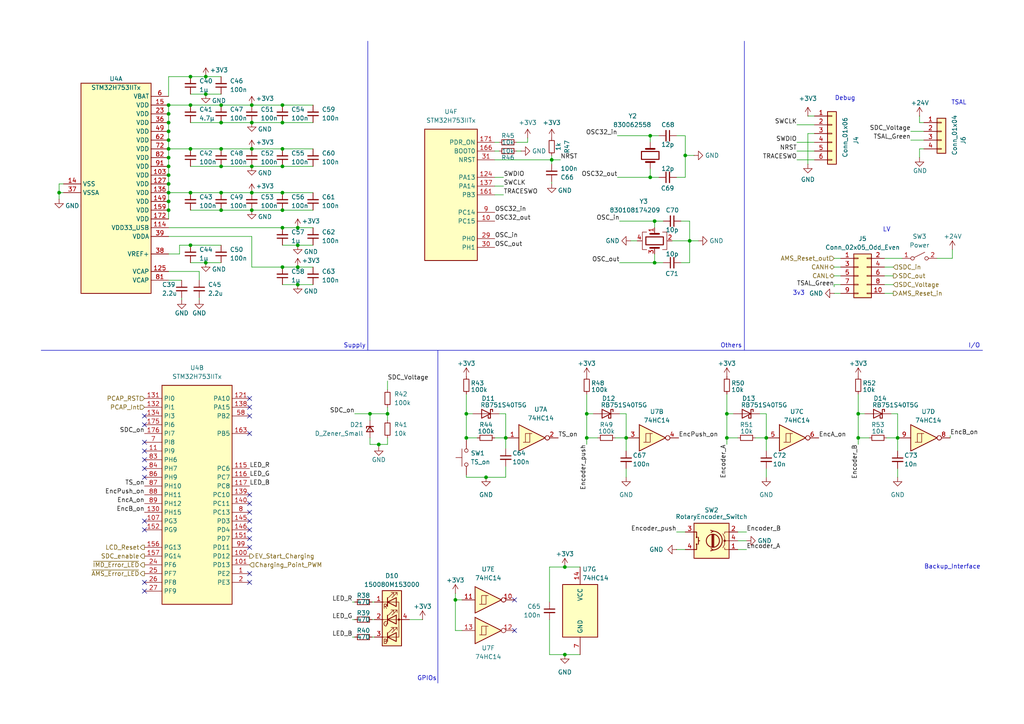
<source format=kicad_sch>
(kicad_sch
	(version 20250114)
	(generator "eeschema")
	(generator_version "9.0")
	(uuid "35b8a975-a1f8-4a47-8395-8e1ea283b386")
	(paper "A4")
	
	(text "Supply"
		(exclude_from_sim no)
		(at 102.87 100.33 0)
		(effects
			(font
				(size 1.27 1.27)
			)
		)
		(uuid "131e0615-657c-4f59-929d-0b7601842308")
	)
	(text "Backup_Interface"
		(exclude_from_sim no)
		(at 276.225 164.465 0)
		(effects
			(font
				(size 1.27 1.27)
			)
		)
		(uuid "15d77424-d13c-4f90-9f96-be8bf1adf8cc")
	)
	(text "3v3"
		(exclude_from_sim no)
		(at 229.87 85.09 0)
		(effects
			(font
				(size 1.27 1.27)
			)
			(justify left)
		)
		(uuid "364922e6-446e-413c-878a-bdcedb16435f")
	)
	(text "Debug"
		(exclude_from_sim no)
		(at 245.11 28.575 0)
		(effects
			(font
				(size 1.27 1.27)
			)
		)
		(uuid "79c5fecb-7e44-4b5c-b26a-b9a1ead8d6a7")
	)
	(text "GPIOs"
		(exclude_from_sim no)
		(at 123.825 196.85 0)
		(effects
			(font
				(size 1.27 1.27)
			)
		)
		(uuid "874e0f0d-b925-486e-858d-0f71e7baf11c")
	)
	(text "Others"
		(exclude_from_sim no)
		(at 212.09 100.33 0)
		(effects
			(font
				(size 1.27 1.27)
			)
		)
		(uuid "8c39beda-3239-4b4d-a394-cb66f7a7e4ef")
	)
	(text "LV"
		(exclude_from_sim no)
		(at 257.175 66.675 0)
		(effects
			(font
				(size 1.27 1.27)
			)
		)
		(uuid "8e72c987-571c-4fd1-98e2-d688bb9b9a23")
	)
	(text "TSAL"
		(exclude_from_sim no)
		(at 278.13 29.845 0)
		(effects
			(font
				(size 1.27 1.27)
			)
		)
		(uuid "b0e08e63-728e-465b-a9bb-a2354a70eaa5")
	)
	(text "I/O"
		(exclude_from_sim no)
		(at 282.575 100.33 0)
		(effects
			(font
				(size 1.27 1.27)
			)
		)
		(uuid "f89b8e88-7ad7-41ce-a0a0-f0fc435a26ef")
	)
	(junction
		(at 210.82 127)
		(diameter 0)
		(color 0 0 0 0)
		(uuid "03054f2e-9208-4716-83d7-1967059eae49")
	)
	(junction
		(at 170.18 120.015)
		(diameter 0)
		(color 0 0 0 0)
		(uuid "04edc9c4-6ba3-413b-80a1-5be3abfb178c")
	)
	(junction
		(at 48.895 58.42)
		(diameter 0)
		(color 0 0 0 0)
		(uuid "0639ff6d-0fa4-4a92-9101-ae69b2e89fd2")
	)
	(junction
		(at 135.255 127)
		(diameter 0)
		(color 0 0 0 0)
		(uuid "0da62957-c2c4-4942-91bd-ffb8d4251c5e")
	)
	(junction
		(at 59.69 22.225)
		(diameter 0)
		(color 0 0 0 0)
		(uuid "0fb52946-5285-4acc-80fc-8023aaa28b8f")
	)
	(junction
		(at 55.245 30.48)
		(diameter 0)
		(color 0 0 0 0)
		(uuid "1277a601-4d5f-42fb-a0c5-a1f18ba0016e")
	)
	(junction
		(at 260.35 127)
		(diameter 0)
		(color 0 0 0 0)
		(uuid "1ec9d057-6b69-4bff-b2f9-d0b216a47459")
	)
	(junction
		(at 181.61 127)
		(diameter 0)
		(color 0 0 0 0)
		(uuid "1fbd7fc5-8c6d-4ada-afcb-22c60ceb9e34")
	)
	(junction
		(at 132.08 173.99)
		(diameter 0)
		(color 0 0 0 0)
		(uuid "2372f2f0-8b6b-4ba0-8156-48184e2d7c4f")
	)
	(junction
		(at 163.83 164.465)
		(diameter 0)
		(color 0 0 0 0)
		(uuid "32af624e-2218-4443-87a1-2186e9d667d8")
	)
	(junction
		(at 248.92 120.015)
		(diameter 0)
		(color 0 0 0 0)
		(uuid "37d9dbe4-82b9-4615-805a-2f19a542c56e")
	)
	(junction
		(at 170.18 127)
		(diameter 0)
		(color 0 0 0 0)
		(uuid "384fafa7-2dc2-475f-b12a-20aa52e1d930")
	)
	(junction
		(at 112.395 120.015)
		(diameter 0)
		(color 0 0 0 0)
		(uuid "38d409b5-2312-4643-b1fc-fd0131fce598")
	)
	(junction
		(at 55.245 55.88)
		(diameter 0)
		(color 0 0 0 0)
		(uuid "3a44a5b6-35e6-477b-bf34-724cef99df7e")
	)
	(junction
		(at 48.895 30.48)
		(diameter 0)
		(color 0 0 0 0)
		(uuid "3b2e415b-e57a-4f5e-b680-987d6e0ee75d")
	)
	(junction
		(at 64.135 43.18)
		(diameter 0)
		(color 0 0 0 0)
		(uuid "412c5816-2822-46ca-a32f-61cb431bfe1e")
	)
	(junction
		(at 48.895 33.02)
		(diameter 0)
		(color 0 0 0 0)
		(uuid "430d2d22-0f07-45e6-a066-ebb18e98b45d")
	)
	(junction
		(at 81.915 77.47)
		(diameter 0)
		(color 0 0 0 0)
		(uuid "432f5d77-435d-4ec6-8d84-c3578eca972e")
	)
	(junction
		(at 73.025 48.26)
		(diameter 0)
		(color 0 0 0 0)
		(uuid "43f5a8a8-38be-4f74-81aa-71bbc42e5709")
	)
	(junction
		(at 248.92 127)
		(diameter 0)
		(color 0 0 0 0)
		(uuid "46587df5-c4cb-464f-b081-46b2e985f2df")
	)
	(junction
		(at 86.36 82.55)
		(diameter 0)
		(color 0 0 0 0)
		(uuid "4904ae19-57ee-4766-a793-026af6184969")
	)
	(junction
		(at 48.895 55.88)
		(diameter 0)
		(color 0 0 0 0)
		(uuid "4a33e8c1-b15f-4db0-b29d-1dd2148aad9a")
	)
	(junction
		(at 73.025 55.88)
		(diameter 0)
		(color 0 0 0 0)
		(uuid "4bd9b2ee-526d-4e54-8543-852c7a6f1074")
	)
	(junction
		(at 48.895 38.1)
		(diameter 0)
		(color 0 0 0 0)
		(uuid "4bef900f-dc66-42af-b560-e8cc8d6a6bce")
	)
	(junction
		(at 48.895 35.56)
		(diameter 0)
		(color 0 0 0 0)
		(uuid "4c2b925c-0792-420d-8f18-1f562d9b6ba2")
	)
	(junction
		(at 86.36 71.12)
		(diameter 0)
		(color 0 0 0 0)
		(uuid "4ff38491-b732-4bec-930a-4ca407ceb858")
	)
	(junction
		(at 107.315 120.015)
		(diameter 0)
		(color 0 0 0 0)
		(uuid "543660ff-ca23-4fad-8505-bcc3272f30b0")
	)
	(junction
		(at 198.755 45.085)
		(diameter 0)
		(color 0 0 0 0)
		(uuid "556ed635-fced-44e3-845c-f708c990d149")
	)
	(junction
		(at 163.83 189.865)
		(diameter 0)
		(color 0 0 0 0)
		(uuid "57546ade-761b-45ef-9890-daec7eb5d082")
	)
	(junction
		(at 81.915 66.04)
		(diameter 0)
		(color 0 0 0 0)
		(uuid "58f143f7-5a5b-4ff8-89cf-03a63964eb53")
	)
	(junction
		(at 189.865 64.135)
		(diameter 0)
		(color 0 0 0 0)
		(uuid "592f8bd9-4310-4fe4-b840-3718d5a08ff0")
	)
	(junction
		(at 73.025 35.56)
		(diameter 0)
		(color 0 0 0 0)
		(uuid "5a46c399-0f9f-4049-86b9-32bfb792b0a4")
	)
	(junction
		(at 55.245 22.225)
		(diameter 0)
		(color 0 0 0 0)
		(uuid "5ee7831a-b9cd-4699-8b90-ccd7a33a516a")
	)
	(junction
		(at 81.915 60.96)
		(diameter 0)
		(color 0 0 0 0)
		(uuid "62af3ba4-2380-4137-9c4c-8f703fa148db")
	)
	(junction
		(at 222.25 127)
		(diameter 0)
		(color 0 0 0 0)
		(uuid "68357784-7318-43f3-becd-152fcf669e7d")
	)
	(junction
		(at 73.025 30.48)
		(diameter 0)
		(color 0 0 0 0)
		(uuid "6b4ae941-68bd-4806-b564-6051c3e374f6")
	)
	(junction
		(at 48.895 45.72)
		(diameter 0)
		(color 0 0 0 0)
		(uuid "6e7d6e8b-008e-46f2-97bf-300e301fcdc5")
	)
	(junction
		(at 59.69 27.305)
		(diameter 0)
		(color 0 0 0 0)
		(uuid "84972f59-b0b8-441f-aae9-7917b0ac015f")
	)
	(junction
		(at 73.025 43.18)
		(diameter 0)
		(color 0 0 0 0)
		(uuid "84d185bd-171c-460f-91bf-66aa757880e7")
	)
	(junction
		(at 64.135 35.56)
		(diameter 0)
		(color 0 0 0 0)
		(uuid "8a3e42ba-433e-476e-bec8-923cd84f46fb")
	)
	(junction
		(at 48.895 50.8)
		(diameter 0)
		(color 0 0 0 0)
		(uuid "93864b3d-3224-4702-bf3d-2ed04340069c")
	)
	(junction
		(at 86.36 77.47)
		(diameter 0)
		(color 0 0 0 0)
		(uuid "9e0818cf-2913-43d0-81ad-5fd7c6a3ddb1")
	)
	(junction
		(at 140.97 138.43)
		(diameter 0)
		(color 0 0 0 0)
		(uuid "a2af58c6-5f1e-4b3e-b0c0-12a279005486")
	)
	(junction
		(at 64.135 48.26)
		(diameter 0)
		(color 0 0 0 0)
		(uuid "a8da62c7-b5b2-4a05-8568-ce944b258201")
	)
	(junction
		(at 189.865 76.2)
		(diameter 0)
		(color 0 0 0 0)
		(uuid "ac9f37a4-8446-4a5b-a6ff-9f608799a097")
	)
	(junction
		(at 48.895 48.26)
		(diameter 0)
		(color 0 0 0 0)
		(uuid "b510fd1a-117a-465f-a751-9a561bd2ac96")
	)
	(junction
		(at 48.895 40.64)
		(diameter 0)
		(color 0 0 0 0)
		(uuid "b530e2a2-741c-4c76-ace0-7d60e6d206ce")
	)
	(junction
		(at 135.255 120.015)
		(diameter 0)
		(color 0 0 0 0)
		(uuid "b5323042-cbc4-4c6d-8b55-da362d9db400")
	)
	(junction
		(at 81.915 55.88)
		(diameter 0)
		(color 0 0 0 0)
		(uuid "bca7b570-75fa-40a7-a5dd-b415eee9e6fa")
	)
	(junction
		(at 81.915 48.26)
		(diameter 0)
		(color 0 0 0 0)
		(uuid "bcf0274b-9b82-4ddd-b442-da13a9d22e46")
	)
	(junction
		(at 55.245 71.12)
		(diameter 0)
		(color 0 0 0 0)
		(uuid "bdeb1722-eb35-4647-a7e0-350ed2e01785")
	)
	(junction
		(at 200.025 69.85)
		(diameter 0)
		(color 0 0 0 0)
		(uuid "c2234057-b903-484a-a2e3-a32a8859901c")
	)
	(junction
		(at 73.025 60.96)
		(diameter 0)
		(color 0 0 0 0)
		(uuid "c55b6c0a-705b-4ad7-afc8-beda683bc62e")
	)
	(junction
		(at 55.245 43.18)
		(diameter 0)
		(color 0 0 0 0)
		(uuid "ced6b67c-b589-447b-b173-eb3d5278bd77")
	)
	(junction
		(at 86.36 66.04)
		(diameter 0)
		(color 0 0 0 0)
		(uuid "ceeeb9fd-c3cf-438c-9822-df85739f3524")
	)
	(junction
		(at 160.02 46.355)
		(diameter 0)
		(color 0 0 0 0)
		(uuid "d01fb329-49c1-4312-9a86-8c2522e92a75")
	)
	(junction
		(at 188.595 51.435)
		(diameter 0)
		(color 0 0 0 0)
		(uuid "d62f36d0-5342-483c-96b2-d979dd1cfd28")
	)
	(junction
		(at 188.595 39.37)
		(diameter 0)
		(color 0 0 0 0)
		(uuid "d7b6fc6c-855c-4ad5-b8db-ffb1631d4d8e")
	)
	(junction
		(at 17.145 55.88)
		(diameter 0)
		(color 0 0 0 0)
		(uuid "da4a391a-8756-4bbe-ad5d-6a5d7cc0698f")
	)
	(junction
		(at 59.69 76.2)
		(diameter 0)
		(color 0 0 0 0)
		(uuid "dc976682-daa7-427b-b632-e4e6f1b2f4a5")
	)
	(junction
		(at 146.685 127)
		(diameter 0)
		(color 0 0 0 0)
		(uuid "ddd035ed-81df-49e3-9245-82755440f4a5")
	)
	(junction
		(at 48.895 53.34)
		(diameter 0)
		(color 0 0 0 0)
		(uuid "e0d34c7c-a2c8-4d45-a4be-7edc074c7759")
	)
	(junction
		(at 210.82 120.015)
		(diameter 0)
		(color 0 0 0 0)
		(uuid "e28988d6-1ee7-4e20-9f02-35f81af9ff26")
	)
	(junction
		(at 81.915 30.48)
		(diameter 0)
		(color 0 0 0 0)
		(uuid "e6ae9a3e-d48c-4e18-9235-74fe81b4c978")
	)
	(junction
		(at 48.895 60.96)
		(diameter 0)
		(color 0 0 0 0)
		(uuid "eea696d1-0980-4f7d-9ba9-1ff3dcb2b606")
	)
	(junction
		(at 64.135 55.88)
		(diameter 0)
		(color 0 0 0 0)
		(uuid "f3f74bf6-10b1-4218-bfb6-61ef3118c054")
	)
	(junction
		(at 64.135 60.96)
		(diameter 0)
		(color 0 0 0 0)
		(uuid "f5150f2b-4683-49e5-a470-3066104142ee")
	)
	(junction
		(at 48.895 43.18)
		(diameter 0)
		(color 0 0 0 0)
		(uuid "f5abb69e-3023-40b6-8c88-ffed31815111")
	)
	(junction
		(at 64.135 30.48)
		(diameter 0)
		(color 0 0 0 0)
		(uuid "f71381d7-d154-4117-8ffa-0d9e641e8953")
	)
	(junction
		(at 81.915 43.18)
		(diameter 0)
		(color 0 0 0 0)
		(uuid "fa07ce36-60e8-4ebb-8b80-5cc0f863054d")
	)
	(junction
		(at 81.915 35.56)
		(diameter 0)
		(color 0 0 0 0)
		(uuid "fea021c6-6169-4cbd-bd9b-0c0e6e7bdfc0")
	)
	(junction
		(at 109.855 128.905)
		(diameter 0)
		(color 0 0 0 0)
		(uuid "fee4a54d-fd10-4b4f-97f2-238b76d9efae")
	)
	(no_connect
		(at 72.39 153.67)
		(uuid "0979849e-710e-47b6-86d7-e9c688b9aa11")
	)
	(no_connect
		(at 72.39 143.51)
		(uuid "13083978-a433-486d-9ce7-3968dc7190da")
	)
	(no_connect
		(at 41.91 123.19)
		(uuid "146ce1fc-bec7-4dc3-ab48-bc46d796fe51")
	)
	(no_connect
		(at 72.39 166.37)
		(uuid "184e0b37-2f9c-4056-97b4-ef1a017e4ee4")
	)
	(no_connect
		(at 41.91 168.91)
		(uuid "1ab33352-5df0-41d3-8a2b-70622302d93e")
	)
	(no_connect
		(at 72.39 168.91)
		(uuid "280c6123-36ed-4032-a8fb-23625e9cbf40")
	)
	(no_connect
		(at 149.225 182.88)
		(uuid "29403ca2-cc18-4015-b634-200487c369b9")
	)
	(no_connect
		(at 72.39 118.11)
		(uuid "3071b2a9-834c-4d88-bf39-2726c506937e")
	)
	(no_connect
		(at 72.39 156.21)
		(uuid "4f5fb956-ecd3-4e6a-b104-4f11672ec02d")
	)
	(no_connect
		(at 72.39 115.57)
		(uuid "554342c8-e8a6-401a-9844-51d2683b8c11")
	)
	(no_connect
		(at 72.39 148.59)
		(uuid "56d7413a-87a1-4ad6-8dbd-0da9468a8192")
	)
	(no_connect
		(at 41.91 153.67)
		(uuid "5cb0fac4-5588-43dd-a51e-c4f003bc7824")
	)
	(no_connect
		(at 41.91 171.45)
		(uuid "7e0e686d-2fb2-4695-9b96-f6d8257bde24")
	)
	(no_connect
		(at 149.225 173.99)
		(uuid "8cf95af1-9033-42fe-8297-3430137568f8")
	)
	(no_connect
		(at 72.39 146.05)
		(uuid "9c567fc2-914f-47ce-9a54-4d0e0f7c77a2")
	)
	(no_connect
		(at 72.39 125.73)
		(uuid "ae028c46-c4c0-44a8-ab15-5a3221e64571")
	)
	(no_connect
		(at 41.91 120.65)
		(uuid "bf91d5ab-3192-49f6-a0f3-cb8a4dc750a6")
	)
	(no_connect
		(at 41.91 138.43)
		(uuid "c17d3ccd-81ba-4fdd-af5d-4cffde13a405")
	)
	(no_connect
		(at 41.91 133.35)
		(uuid "c2dec42b-d8b6-4fba-8ad8-3058ad41867c")
	)
	(no_connect
		(at 41.91 130.81)
		(uuid "cb35255e-15c1-4414-bab0-36e7e6123437")
	)
	(no_connect
		(at 72.39 120.65)
		(uuid "cf225bd0-a812-4259-9c6d-76bce07b2df2")
	)
	(no_connect
		(at 41.91 135.89)
		(uuid "cf870591-39f4-4cb8-9b41-ec579bc32917")
	)
	(no_connect
		(at 41.91 151.13)
		(uuid "d187bd36-9147-40e9-9890-05ffb8be5838")
	)
	(no_connect
		(at 72.39 151.13)
		(uuid "d5239edf-0fe6-4ff8-9543-8df84bbc6dc6")
	)
	(no_connect
		(at 41.91 128.27)
		(uuid "d944d886-a214-438d-bf39-c2249697a1c3")
	)
	(no_connect
		(at 72.39 158.75)
		(uuid "e38f9f38-fab1-4a5d-8735-35ab6dacc3c2")
	)
	(wire
		(pts
			(xy 17.145 53.34) (xy 17.145 55.88)
		)
		(stroke
			(width 0)
			(type default)
		)
		(uuid "032e93c1-425f-4fcb-aba6-03ae1c74082b")
	)
	(wire
		(pts
			(xy 48.895 48.26) (xy 48.895 50.8)
		)
		(stroke
			(width 0)
			(type default)
		)
		(uuid "04debeef-549a-4c39-927b-69f1f0139e70")
	)
	(wire
		(pts
			(xy 102.235 184.785) (xy 102.87 184.785)
		)
		(stroke
			(width 0)
			(type default)
		)
		(uuid "05c2eb4c-a567-4a7b-9a8b-6cba89516905")
	)
	(wire
		(pts
			(xy 163.83 164.465) (xy 159.385 164.465)
		)
		(stroke
			(width 0)
			(type default)
		)
		(uuid "07a82d9a-9ca8-4d08-8726-f180541b7083")
	)
	(wire
		(pts
			(xy 81.915 82.55) (xy 86.36 82.55)
		)
		(stroke
			(width 0)
			(type default)
		)
		(uuid "0897e0f0-120b-400e-bb14-897e40e7b02d")
	)
	(wire
		(pts
			(xy 48.895 43.18) (xy 48.895 45.72)
		)
		(stroke
			(width 0)
			(type default)
		)
		(uuid "097118d6-edc8-4348-b70f-10344c435092")
	)
	(wire
		(pts
			(xy 276.225 74.93) (xy 271.78 74.93)
		)
		(stroke
			(width 0)
			(type default)
		)
		(uuid "0abfaed6-42e2-4ebd-ac06-07b93585aba9")
	)
	(wire
		(pts
			(xy 210.82 127) (xy 210.82 120.015)
		)
		(stroke
			(width 0)
			(type default)
		)
		(uuid "0acb257e-2494-4ba3-9e68-77f675c74b58")
	)
	(wire
		(pts
			(xy 132.08 173.99) (xy 133.985 173.99)
		)
		(stroke
			(width 0)
			(type default)
		)
		(uuid "0c12a21c-7010-4ff8-acfb-f02a5c09dbb8")
	)
	(wire
		(pts
			(xy 198.755 39.37) (xy 196.215 39.37)
		)
		(stroke
			(width 0)
			(type default)
		)
		(uuid "0f6e8366-0d81-4da7-9f30-62173a06d853")
	)
	(wire
		(pts
			(xy 179.07 51.435) (xy 188.595 51.435)
		)
		(stroke
			(width 0)
			(type default)
		)
		(uuid "0f761e8c-44a9-43ba-8303-ba52fba04da2")
	)
	(wire
		(pts
			(xy 81.915 30.48) (xy 90.805 30.48)
		)
		(stroke
			(width 0)
			(type default)
		)
		(uuid "0fa1f5e0-0ffe-4f7d-bf74-e541cdb35448")
	)
	(wire
		(pts
			(xy 55.245 27.305) (xy 59.69 27.305)
		)
		(stroke
			(width 0)
			(type default)
		)
		(uuid "104524c5-4e85-46bb-8fcf-6e42d9b60b65")
	)
	(wire
		(pts
			(xy 196.215 154.305) (xy 198.755 154.305)
		)
		(stroke
			(width 0)
			(type default)
		)
		(uuid "10bcdded-64db-4cbe-937c-70873d7cfb8e")
	)
	(wire
		(pts
			(xy 188.595 48.895) (xy 188.595 51.435)
		)
		(stroke
			(width 0)
			(type default)
		)
		(uuid "11e88f10-3504-432d-b8ed-d3a2e1236c08")
	)
	(wire
		(pts
			(xy 159.385 179.705) (xy 159.385 189.865)
		)
		(stroke
			(width 0)
			(type default)
		)
		(uuid "12993ed2-1dc1-4d0e-86ff-959c1d8c40f6")
	)
	(wire
		(pts
			(xy 191.135 39.37) (xy 188.595 39.37)
		)
		(stroke
			(width 0)
			(type default)
		)
		(uuid "13465972-5b15-4360-a8d8-10dafd7f715f")
	)
	(wire
		(pts
			(xy 48.895 78.74) (xy 57.785 78.74)
		)
		(stroke
			(width 0)
			(type default)
		)
		(uuid "148b4878-4176-450e-a5d5-e6bfe383516f")
	)
	(wire
		(pts
			(xy 276.225 72.39) (xy 276.225 74.93)
		)
		(stroke
			(width 0)
			(type default)
		)
		(uuid "149f6158-2d55-4904-9005-6a7af8f5b0bd")
	)
	(wire
		(pts
			(xy 48.895 68.58) (xy 73.025 68.58)
		)
		(stroke
			(width 0)
			(type default)
		)
		(uuid "17aaff2b-efe1-44db-8c2b-80df99259895")
	)
	(wire
		(pts
			(xy 266.7 45.72) (xy 266.7 43.18)
		)
		(stroke
			(width 0)
			(type default)
		)
		(uuid "17af4a42-5d6e-4b1d-a623-823e298f89ff")
	)
	(wire
		(pts
			(xy 248.92 127) (xy 248.92 120.015)
		)
		(stroke
			(width 0)
			(type default)
		)
		(uuid "189cc12e-17f9-4ac7-a5e3-046d825e6b14")
	)
	(wire
		(pts
			(xy 86.36 66.04) (xy 90.805 66.04)
		)
		(stroke
			(width 0)
			(type default)
		)
		(uuid "1a1d5fa7-6a93-453f-bf03-bdc034a2e77b")
	)
	(wire
		(pts
			(xy 81.915 55.88) (xy 90.805 55.88)
		)
		(stroke
			(width 0)
			(type default)
		)
		(uuid "1c4dff5e-c946-4edf-b17e-21144a60469e")
	)
	(wire
		(pts
			(xy 241.935 77.47) (xy 243.84 77.47)
		)
		(stroke
			(width 0)
			(type default)
		)
		(uuid "1d2e0e02-2515-4d66-aeb3-65162d89a3f4")
	)
	(wire
		(pts
			(xy 153.035 41.275) (xy 149.86 41.275)
		)
		(stroke
			(width 0)
			(type default)
		)
		(uuid "1f04f8da-308f-4d4b-b645-ba6a9e3ab5d0")
	)
	(wire
		(pts
			(xy 64.135 30.48) (xy 73.025 30.48)
		)
		(stroke
			(width 0)
			(type default)
		)
		(uuid "1faf3668-c96e-4421-a896-b7c77f08f668")
	)
	(wire
		(pts
			(xy 48.895 81.28) (xy 52.705 81.28)
		)
		(stroke
			(width 0)
			(type default)
		)
		(uuid "1ffb5664-1168-4c3c-85d6-4fdbdf0c4e6e")
	)
	(wire
		(pts
			(xy 264.16 38.1) (xy 267.97 38.1)
		)
		(stroke
			(width 0)
			(type default)
		)
		(uuid "24d23fd4-dde8-468b-82b9-b8390fc82a84")
	)
	(wire
		(pts
			(xy 135.255 120.015) (xy 135.255 114.3)
		)
		(stroke
			(width 0)
			(type default)
		)
		(uuid "24dd2109-d885-4f25-9b95-438c9c83cf53")
	)
	(wire
		(pts
			(xy 179.705 76.2) (xy 189.865 76.2)
		)
		(stroke
			(width 0)
			(type default)
		)
		(uuid "253dfb7b-e994-492e-9366-0b579cd2b921")
	)
	(wire
		(pts
			(xy 143.51 56.515) (xy 146.05 56.515)
		)
		(stroke
			(width 0)
			(type default)
		)
		(uuid "2648ca35-0d3b-41fc-a0c7-4426c47646af")
	)
	(wire
		(pts
			(xy 178.435 127) (xy 181.61 127)
		)
		(stroke
			(width 0)
			(type default)
		)
		(uuid "2648ed24-8d46-4019-81af-59cb3d3be6ef")
	)
	(wire
		(pts
			(xy 160.02 45.085) (xy 160.02 46.355)
		)
		(stroke
			(width 0)
			(type default)
		)
		(uuid "26c33951-823a-4537-8b37-6d067360a301")
	)
	(wire
		(pts
			(xy 112.395 128.905) (xy 112.395 127)
		)
		(stroke
			(width 0)
			(type default)
		)
		(uuid "2c4f26c5-5c63-4935-8730-31c29fa84cce")
	)
	(wire
		(pts
			(xy 181.61 127) (xy 181.61 130.81)
		)
		(stroke
			(width 0)
			(type default)
		)
		(uuid "2cdd5f51-0d96-4792-81bb-d51b64b09cb3")
	)
	(wire
		(pts
			(xy 48.895 22.225) (xy 55.245 22.225)
		)
		(stroke
			(width 0)
			(type default)
		)
		(uuid "309416c5-01a5-479d-b151-4aa15c679aae")
	)
	(wire
		(pts
			(xy 73.025 77.47) (xy 81.915 77.47)
		)
		(stroke
			(width 0)
			(type default)
		)
		(uuid "310b3c16-f636-42e3-92d9-8323bba36848")
	)
	(wire
		(pts
			(xy 64.135 35.56) (xy 73.025 35.56)
		)
		(stroke
			(width 0)
			(type default)
		)
		(uuid "330ea2aa-85e8-4ceb-99f4-7100f8ce0417")
	)
	(wire
		(pts
			(xy 160.02 46.355) (xy 162.56 46.355)
		)
		(stroke
			(width 0)
			(type default)
		)
		(uuid "347806f3-c012-4e14-b373-8933bd8734e0")
	)
	(wire
		(pts
			(xy 59.69 22.225) (xy 64.135 22.225)
		)
		(stroke
			(width 0)
			(type default)
		)
		(uuid "36718045-fcd1-41c9-be9f-27d2b1210fea")
	)
	(wire
		(pts
			(xy 64.135 55.88) (xy 73.025 55.88)
		)
		(stroke
			(width 0)
			(type default)
		)
		(uuid "36d2f170-42d7-42b6-bedf-1e807c2cdfa4")
	)
	(wire
		(pts
			(xy 132.08 182.88) (xy 133.985 182.88)
		)
		(stroke
			(width 0)
			(type default)
		)
		(uuid "37e53374-fbe2-4c94-9df6-af2d252aceb1")
	)
	(wire
		(pts
			(xy 212.725 120.015) (xy 210.82 120.015)
		)
		(stroke
			(width 0)
			(type default)
		)
		(uuid "3d2600c5-4b7c-4f1d-afa3-11b5c6dcb5c5")
	)
	(wire
		(pts
			(xy 48.895 40.64) (xy 48.895 43.18)
		)
		(stroke
			(width 0)
			(type default)
		)
		(uuid "3ef07bc0-0d1b-4958-a3ce-4224cfe09f5c")
	)
	(wire
		(pts
			(xy 143.51 43.815) (xy 144.78 43.815)
		)
		(stroke
			(width 0)
			(type default)
		)
		(uuid "403943a3-7606-4350-b9f9-7a83a426e950")
	)
	(wire
		(pts
			(xy 107.315 120.015) (xy 107.315 121.92)
		)
		(stroke
			(width 0)
			(type default)
		)
		(uuid "40f3fbab-c25f-4c9a-a6ab-fb4449cf418a")
	)
	(wire
		(pts
			(xy 55.245 71.12) (xy 64.135 71.12)
		)
		(stroke
			(width 0)
			(type default)
		)
		(uuid "41a4017a-ed14-481c-94d2-358f975fdabf")
	)
	(wire
		(pts
			(xy 146.685 135.255) (xy 146.685 138.43)
		)
		(stroke
			(width 0)
			(type default)
		)
		(uuid "42a6c1c1-0bec-4a64-ba97-022485632b2c")
	)
	(wire
		(pts
			(xy 196.215 159.385) (xy 198.755 159.385)
		)
		(stroke
			(width 0)
			(type default)
		)
		(uuid "45efd4b5-380f-4cd4-904f-cf4fa9f9daec")
	)
	(wire
		(pts
			(xy 86.36 77.47) (xy 90.805 77.47)
		)
		(stroke
			(width 0)
			(type default)
		)
		(uuid "4744999c-668b-4ef7-aadc-3605c6b773bc")
	)
	(wire
		(pts
			(xy 181.61 120.015) (xy 179.705 120.015)
		)
		(stroke
			(width 0)
			(type default)
		)
		(uuid "49c65d79-8bc2-442d-ab86-201154fc87cc")
	)
	(wire
		(pts
			(xy 241.935 82.55) (xy 243.84 82.55)
		)
		(stroke
			(width 0)
			(type default)
		)
		(uuid "4a8c75fc-97c8-4a4c-ae30-d2dd3740701b")
	)
	(wire
		(pts
			(xy 81.915 66.04) (xy 86.36 66.04)
		)
		(stroke
			(width 0)
			(type default)
		)
		(uuid "4b920d01-933a-491c-99e7-03b14beb823a")
	)
	(wire
		(pts
			(xy 18.415 55.88) (xy 17.145 55.88)
		)
		(stroke
			(width 0)
			(type default)
		)
		(uuid "4d5c3bc0-56ca-42fc-9e4b-f425c7170797")
	)
	(wire
		(pts
			(xy 52.07 73.66) (xy 52.07 71.12)
		)
		(stroke
			(width 0)
			(type default)
		)
		(uuid "50907a1c-ae3b-4cb2-8b1f-a2bbd698e6e7")
	)
	(wire
		(pts
			(xy 198.755 45.085) (xy 198.755 39.37)
		)
		(stroke
			(width 0)
			(type default)
		)
		(uuid "50b98742-cad0-4c19-a7a0-a62a29ac5fcc")
	)
	(wire
		(pts
			(xy 222.25 120.015) (xy 220.345 120.015)
		)
		(stroke
			(width 0)
			(type default)
		)
		(uuid "5191c369-027d-4092-b2b8-93d2603c665e")
	)
	(wire
		(pts
			(xy 260.35 135.89) (xy 260.35 138.43)
		)
		(stroke
			(width 0)
			(type default)
		)
		(uuid "5248ae66-747b-402d-b1e1-3923ddbceb53")
	)
	(wire
		(pts
			(xy 109.855 129.54) (xy 109.855 128.905)
		)
		(stroke
			(width 0)
			(type default)
		)
		(uuid "55392592-7026-4f7e-ac69-d16b34d6c332")
	)
	(wire
		(pts
			(xy 192.405 64.135) (xy 189.865 64.135)
		)
		(stroke
			(width 0)
			(type default)
		)
		(uuid "555e9d66-742b-4eec-a060-e02888a73929")
	)
	(wire
		(pts
			(xy 146.685 127) (xy 146.685 120.015)
		)
		(stroke
			(width 0)
			(type default)
		)
		(uuid "55cfb840-558a-4935-83f9-4eb19eacb4b8")
	)
	(wire
		(pts
			(xy 143.51 51.435) (xy 146.05 51.435)
		)
		(stroke
			(width 0)
			(type default)
		)
		(uuid "57d04a43-6d2e-4867-91ea-a8b774abf2a0")
	)
	(wire
		(pts
			(xy 189.865 64.135) (xy 189.865 66.04)
		)
		(stroke
			(width 0)
			(type default)
		)
		(uuid "5a7fb71b-fa03-4ad2-9d6d-61e0ee9e0398")
	)
	(wire
		(pts
			(xy 59.69 76.2) (xy 64.135 76.2)
		)
		(stroke
			(width 0)
			(type default)
		)
		(uuid "5aff9e20-a3fa-44e2-b265-1bacc7296e59")
	)
	(polyline
		(pts
			(xy 215.9 11.938) (xy 215.9 101.6)
		)
		(stroke
			(width 0)
			(type default)
		)
		(uuid "5d5a5bf6-27d1-48b9-96a5-b3ec58aa8e29")
	)
	(wire
		(pts
			(xy 160.02 47.625) (xy 160.02 46.355)
		)
		(stroke
			(width 0)
			(type default)
		)
		(uuid "60b71a6b-1157-4946-bc97-0a3329be562e")
	)
	(wire
		(pts
			(xy 163.83 189.865) (xy 168.275 189.865)
		)
		(stroke
			(width 0)
			(type default)
		)
		(uuid "6135ec72-54f1-443e-a5b5-c37342bd387e")
	)
	(wire
		(pts
			(xy 107.95 179.705) (xy 108.585 179.705)
		)
		(stroke
			(width 0)
			(type default)
		)
		(uuid "62b842d4-cccf-48c1-93fb-672495a4281c")
	)
	(wire
		(pts
			(xy 73.025 30.48) (xy 81.915 30.48)
		)
		(stroke
			(width 0)
			(type default)
		)
		(uuid "6303d52b-100d-46f3-a928-30836b82f1cc")
	)
	(wire
		(pts
			(xy 81.915 48.26) (xy 90.805 48.26)
		)
		(stroke
			(width 0)
			(type default)
		)
		(uuid "6396b971-f44f-406f-9e4e-0613cb6bf000")
	)
	(wire
		(pts
			(xy 135.255 127.635) (xy 135.255 127)
		)
		(stroke
			(width 0)
			(type default)
		)
		(uuid "64e3a189-c1ad-459d-995d-a0035f523f27")
	)
	(wire
		(pts
			(xy 112.395 120.015) (xy 107.315 120.015)
		)
		(stroke
			(width 0)
			(type default)
		)
		(uuid "6625ace8-7df0-49fe-be18-552f69797353")
	)
	(wire
		(pts
			(xy 55.245 35.56) (xy 64.135 35.56)
		)
		(stroke
			(width 0)
			(type default)
		)
		(uuid "6806237e-7ade-4701-8b03-154f1dcd585d")
	)
	(wire
		(pts
			(xy 48.895 55.88) (xy 48.895 58.42)
		)
		(stroke
			(width 0)
			(type default)
		)
		(uuid "6a586c9f-68a8-4812-82a9-a5e31d2a3515")
	)
	(wire
		(pts
			(xy 170.18 127) (xy 170.18 120.015)
		)
		(stroke
			(width 0)
			(type default)
		)
		(uuid "6be6246e-4199-4714-be23-b158dcd26c83")
	)
	(wire
		(pts
			(xy 170.18 120.015) (xy 170.18 114.3)
		)
		(stroke
			(width 0)
			(type default)
		)
		(uuid "6d08ff60-dd10-45f6-8a05-095ee98a5730")
	)
	(wire
		(pts
			(xy 118.745 179.705) (xy 122.555 179.705)
		)
		(stroke
			(width 0)
			(type default)
		)
		(uuid "6d45df03-d4db-468d-b940-85424d61490f")
	)
	(wire
		(pts
			(xy 153.035 40.005) (xy 153.035 41.275)
		)
		(stroke
			(width 0)
			(type default)
		)
		(uuid "6d4f3bce-43e5-4382-80fd-e1bf727cadaf")
	)
	(wire
		(pts
			(xy 264.16 40.64) (xy 267.97 40.64)
		)
		(stroke
			(width 0)
			(type default)
		)
		(uuid "6e4c3d8c-0039-454c-9ed5-ebed97a25dfd")
	)
	(wire
		(pts
			(xy 200.025 76.2) (xy 200.025 69.85)
		)
		(stroke
			(width 0)
			(type default)
		)
		(uuid "6e65cf2f-79a8-42d3-a1d9-dc3348bdfd63")
	)
	(wire
		(pts
			(xy 260.35 127) (xy 260.35 130.81)
		)
		(stroke
			(width 0)
			(type default)
		)
		(uuid "6ef6778b-bc85-4d70-ac90-14af113f39b0")
	)
	(wire
		(pts
			(xy 234.315 38.735) (xy 236.22 38.735)
		)
		(stroke
			(width 0)
			(type default)
		)
		(uuid "6f73b510-add9-447a-a656-606690f47875")
	)
	(wire
		(pts
			(xy 189.865 76.2) (xy 192.405 76.2)
		)
		(stroke
			(width 0)
			(type default)
		)
		(uuid "703d9349-c8a4-4a59-8d3d-5b12a6be4b90")
	)
	(wire
		(pts
			(xy 181.61 135.89) (xy 181.61 138.43)
		)
		(stroke
			(width 0)
			(type default)
		)
		(uuid "72e34599-0c42-46a0-9c0b-77a570bf18de")
	)
	(wire
		(pts
			(xy 52.07 71.12) (xy 55.245 71.12)
		)
		(stroke
			(width 0)
			(type default)
		)
		(uuid "73b6ecd5-6c6d-4016-bd27-0a2d8d9f1dcb")
	)
	(wire
		(pts
			(xy 222.25 135.89) (xy 222.25 138.43)
		)
		(stroke
			(width 0)
			(type default)
		)
		(uuid "758d34b8-5e0c-4d3e-a8e7-0bf6f0655aa8")
	)
	(wire
		(pts
			(xy 81.915 77.47) (xy 86.36 77.47)
		)
		(stroke
			(width 0)
			(type default)
		)
		(uuid "75c1b770-6d91-48ed-b5bb-2a7474ec1302")
	)
	(wire
		(pts
			(xy 248.92 120.015) (xy 248.92 114.3)
		)
		(stroke
			(width 0)
			(type default)
		)
		(uuid "75c4b408-7bb5-4316-be8b-144dfb3a0679")
	)
	(wire
		(pts
			(xy 109.855 128.905) (xy 112.395 128.905)
		)
		(stroke
			(width 0)
			(type default)
		)
		(uuid "7914a7e9-5528-4149-9398-b8c7534f01a7")
	)
	(wire
		(pts
			(xy 81.915 35.56) (xy 90.805 35.56)
		)
		(stroke
			(width 0)
			(type default)
		)
		(uuid "79b4f1a0-ad3e-42ad-8d4d-96fdacee2d98")
	)
	(wire
		(pts
			(xy 222.25 127) (xy 222.25 120.015)
		)
		(stroke
			(width 0)
			(type default)
		)
		(uuid "7a70a435-d0a5-4728-9fe3-488b103c0ff1")
	)
	(wire
		(pts
			(xy 48.895 73.66) (xy 52.07 73.66)
		)
		(stroke
			(width 0)
			(type default)
		)
		(uuid "7af938fc-d107-4e8b-b420-77fc02771c52")
	)
	(wire
		(pts
			(xy 275.59 127) (xy 275.59 126.365)
		)
		(stroke
			(width 0)
			(type default)
		)
		(uuid "7f725b4f-659d-48ef-a319-985a2cbfb908")
	)
	(wire
		(pts
			(xy 219.075 127) (xy 222.25 127)
		)
		(stroke
			(width 0)
			(type default)
		)
		(uuid "839b782e-28ab-428d-b1be-7822af7b71cb")
	)
	(wire
		(pts
			(xy 179.705 64.135) (xy 189.865 64.135)
		)
		(stroke
			(width 0)
			(type default)
		)
		(uuid "83a55d68-4ab7-4179-9354-0c5cc77b1c73")
	)
	(wire
		(pts
			(xy 64.135 48.26) (xy 73.025 48.26)
		)
		(stroke
			(width 0)
			(type default)
		)
		(uuid "84e3fdd0-3727-441e-a756-9e0c64b0f45f")
	)
	(polyline
		(pts
			(xy 106.68 11.938) (xy 106.68 101.6)
		)
		(stroke
			(width 0)
			(type default)
		)
		(uuid "84f38b85-0f5d-4a4b-80bb-696a14d4aafa")
	)
	(wire
		(pts
			(xy 140.97 138.43) (xy 146.685 138.43)
		)
		(stroke
			(width 0)
			(type default)
		)
		(uuid "86313ec9-c45c-40da-8b43-e3bfab508203")
	)
	(wire
		(pts
			(xy 248.92 127) (xy 252.095 127)
		)
		(stroke
			(width 0)
			(type default)
		)
		(uuid "86947a20-bfbb-470f-ade3-d9f6007b69ac")
	)
	(wire
		(pts
			(xy 143.51 53.975) (xy 146.05 53.975)
		)
		(stroke
			(width 0)
			(type default)
		)
		(uuid "88b8f5b6-3715-41e0-a3a8-0d0e3a6c1e02")
	)
	(wire
		(pts
			(xy 168.275 164.465) (xy 163.83 164.465)
		)
		(stroke
			(width 0)
			(type default)
		)
		(uuid "89e32d00-bc94-4885-82e0-5dd30728688e")
	)
	(wire
		(pts
			(xy 48.895 66.04) (xy 81.915 66.04)
		)
		(stroke
			(width 0)
			(type default)
		)
		(uuid "8b6d86c8-a76b-4172-a3e3-318a9ff50aa3")
	)
	(polyline
		(pts
			(xy 127 101.6) (xy 127 198.12)
		)
		(stroke
			(width 0)
			(type default)
		)
		(uuid "8bcf0b4a-6f01-4a5f-b0f5-c84531e850c3")
	)
	(wire
		(pts
			(xy 260.35 120.015) (xy 258.445 120.015)
		)
		(stroke
			(width 0)
			(type default)
		)
		(uuid "8c19e9ff-e4ef-4483-a680-8e6b2961edcb")
	)
	(wire
		(pts
			(xy 210.82 127) (xy 213.995 127)
		)
		(stroke
			(width 0)
			(type default)
		)
		(uuid "8c3414c8-1f18-4d52-9d18-92efb010e968")
	)
	(wire
		(pts
			(xy 102.235 174.625) (xy 102.87 174.625)
		)
		(stroke
			(width 0)
			(type default)
		)
		(uuid "8ebbf762-fbce-49fe-bfeb-dcdacafb24c4")
	)
	(wire
		(pts
			(xy 231.14 41.275) (xy 236.22 41.275)
		)
		(stroke
			(width 0)
			(type default)
		)
		(uuid "9010c615-b8dc-48be-91ed-68e32181e1d7")
	)
	(wire
		(pts
			(xy 189.865 73.66) (xy 189.865 76.2)
		)
		(stroke
			(width 0)
			(type default)
		)
		(uuid "901b9b2d-ac73-44b7-895b-ec05897b6639")
	)
	(wire
		(pts
			(xy 200.025 69.85) (xy 202.565 69.85)
		)
		(stroke
			(width 0)
			(type default)
		)
		(uuid "9093e411-b067-4966-8fa8-328292f3ebea")
	)
	(wire
		(pts
			(xy 48.895 53.34) (xy 48.895 55.88)
		)
		(stroke
			(width 0)
			(type default)
		)
		(uuid "90b8ebde-31c8-4847-a287-5f7fd9675ba3")
	)
	(wire
		(pts
			(xy 243.84 85.09) (xy 241.935 85.09)
		)
		(stroke
			(width 0)
			(type default)
		)
		(uuid "91741062-b740-4586-b9f4-922451ae440c")
	)
	(wire
		(pts
			(xy 170.18 128.905) (xy 170.18 127)
		)
		(stroke
			(width 0)
			(type default)
		)
		(uuid "964c4c95-0edc-42d0-810d-ad4479439d49")
	)
	(wire
		(pts
			(xy 86.36 71.12) (xy 90.805 71.12)
		)
		(stroke
			(width 0)
			(type default)
		)
		(uuid "973662df-2e27-4c95-a259-713a9d128e46")
	)
	(wire
		(pts
			(xy 159.385 164.465) (xy 159.385 174.625)
		)
		(stroke
			(width 0)
			(type default)
		)
		(uuid "978df144-cdde-4d69-8b01-c4fe7024360a")
	)
	(wire
		(pts
			(xy 188.595 51.435) (xy 191.135 51.435)
		)
		(stroke
			(width 0)
			(type default)
		)
		(uuid "97ede80a-b5b1-4149-b441-4a9a24261021")
	)
	(wire
		(pts
			(xy 17.145 55.88) (xy 17.145 57.785)
		)
		(stroke
			(width 0)
			(type default)
		)
		(uuid "98d5f97d-76ee-4339-9fcb-0aad1bffdd91")
	)
	(wire
		(pts
			(xy 266.7 33.655) (xy 266.7 35.56)
		)
		(stroke
			(width 0)
			(type default)
		)
		(uuid "9b45f6d1-d5f6-49df-b13f-a61d564c7e69")
	)
	(wire
		(pts
			(xy 200.025 69.85) (xy 194.945 69.85)
		)
		(stroke
			(width 0)
			(type default)
		)
		(uuid "9cc1ff3f-cefe-4a7e-b237-e926d6edbe05")
	)
	(wire
		(pts
			(xy 266.7 35.56) (xy 267.97 35.56)
		)
		(stroke
			(width 0)
			(type default)
		)
		(uuid "9d514266-0ddd-4350-a00d-f23dcaf52f6f")
	)
	(wire
		(pts
			(xy 107.315 120.015) (xy 102.87 120.015)
		)
		(stroke
			(width 0)
			(type default)
		)
		(uuid "9d8b6b7c-364f-4e1a-8da5-3819b2a08675")
	)
	(wire
		(pts
			(xy 241.935 83.185) (xy 241.935 82.55)
		)
		(stroke
			(width 0)
			(type default)
		)
		(uuid "9f544dbe-c4bf-4ea9-ae26-92987485c5f5")
	)
	(wire
		(pts
			(xy 48.895 45.72) (xy 48.895 48.26)
		)
		(stroke
			(width 0)
			(type default)
		)
		(uuid "9f9ae461-b89c-4786-9861-dda1960da6f7")
	)
	(wire
		(pts
			(xy 55.245 22.225) (xy 59.69 22.225)
		)
		(stroke
			(width 0)
			(type default)
		)
		(uuid "a10ab475-065e-44da-aa1e-4acd1b79678e")
	)
	(wire
		(pts
			(xy 73.025 60.96) (xy 81.915 60.96)
		)
		(stroke
			(width 0)
			(type default)
		)
		(uuid "a1794c33-030e-4353-b243-ecbb43184f8d")
	)
	(wire
		(pts
			(xy 146.685 127) (xy 146.685 130.175)
		)
		(stroke
			(width 0)
			(type default)
		)
		(uuid "a492a2d2-690f-48ce-8b67-44ff70ef9cd0")
	)
	(wire
		(pts
			(xy 81.915 71.12) (xy 86.36 71.12)
		)
		(stroke
			(width 0)
			(type default)
		)
		(uuid "a5b56033-b81b-415f-a7ab-e84f87f8230e")
	)
	(wire
		(pts
			(xy 200.025 69.85) (xy 200.025 64.135)
		)
		(stroke
			(width 0)
			(type default)
		)
		(uuid "a5ffdd7d-d73d-4f19-a48a-67b6dccc47b4")
	)
	(wire
		(pts
			(xy 112.395 113.03) (xy 112.395 110.49)
		)
		(stroke
			(width 0)
			(type default)
		)
		(uuid "a718020f-1fd0-4ca7-bf42-8f95f5bffabc")
	)
	(wire
		(pts
			(xy 143.51 46.355) (xy 160.02 46.355)
		)
		(stroke
			(width 0)
			(type default)
		)
		(uuid "a7538366-43ba-4f57-a90e-c52e3d942daa")
	)
	(wire
		(pts
			(xy 135.255 138.43) (xy 135.255 137.795)
		)
		(stroke
			(width 0)
			(type default)
		)
		(uuid "a87a4e21-be8f-4c97-aa39-590f7357b5aa")
	)
	(wire
		(pts
			(xy 55.245 30.48) (xy 64.135 30.48)
		)
		(stroke
			(width 0)
			(type default)
		)
		(uuid "a904c53b-8e3e-4bc5-a27f-7383e8f2953d")
	)
	(wire
		(pts
			(xy 260.35 127) (xy 260.35 120.015)
		)
		(stroke
			(width 0)
			(type default)
		)
		(uuid "a9068bf5-f10c-47f0-993f-76eee5b0d4a3")
	)
	(wire
		(pts
			(xy 256.54 74.93) (xy 261.62 74.93)
		)
		(stroke
			(width 0)
			(type default)
		)
		(uuid "aa32e37b-0a16-4d8d-9d0d-b8b5ce96dcc7")
	)
	(wire
		(pts
			(xy 107.315 127) (xy 107.315 128.905)
		)
		(stroke
			(width 0)
			(type default)
		)
		(uuid "ab4c4cc5-a5bf-4039-a008-37765ef8eb1e")
	)
	(wire
		(pts
			(xy 248.92 128.905) (xy 248.92 127)
		)
		(stroke
			(width 0)
			(type default)
		)
		(uuid "abc310cb-857c-4753-b28e-44fa907af802")
	)
	(wire
		(pts
			(xy 73.025 35.56) (xy 81.915 35.56)
		)
		(stroke
			(width 0)
			(type default)
		)
		(uuid "abd2ae2c-7f6e-41ad-b5a6-a31e8ed94f3d")
	)
	(wire
		(pts
			(xy 170.18 127) (xy 173.355 127)
		)
		(stroke
			(width 0)
			(type default)
		)
		(uuid "ac89e3fd-dd43-4a14-8ceb-8cbdca514b96")
	)
	(wire
		(pts
			(xy 55.245 55.88) (xy 64.135 55.88)
		)
		(stroke
			(width 0)
			(type default)
		)
		(uuid "ae0acb81-b15c-450b-a2ac-387ea9ab04b3")
	)
	(wire
		(pts
			(xy 48.895 43.18) (xy 55.245 43.18)
		)
		(stroke
			(width 0)
			(type default)
		)
		(uuid "aff8a17b-3015-4cf1-8e0d-8ef617a730ba")
	)
	(wire
		(pts
			(xy 198.755 45.085) (xy 201.295 45.085)
		)
		(stroke
			(width 0)
			(type default)
		)
		(uuid "b02cc84c-3b43-429e-8e86-e6e1d1ce361b")
	)
	(wire
		(pts
			(xy 48.895 30.48) (xy 48.895 33.02)
		)
		(stroke
			(width 0)
			(type default)
		)
		(uuid "b1ae31fb-1a94-46ff-a0d3-79e8bfa3c878")
	)
	(wire
		(pts
			(xy 73.025 68.58) (xy 73.025 77.47)
		)
		(stroke
			(width 0)
			(type default)
		)
		(uuid "b1dc4209-40df-4759-aea9-c51c8866f739")
	)
	(wire
		(pts
			(xy 59.69 27.305) (xy 64.135 27.305)
		)
		(stroke
			(width 0)
			(type default)
		)
		(uuid "b3d8913f-1aa7-40ac-99a2-1b72070425a2")
	)
	(wire
		(pts
			(xy 184
... [202939 chars truncated]
</source>
